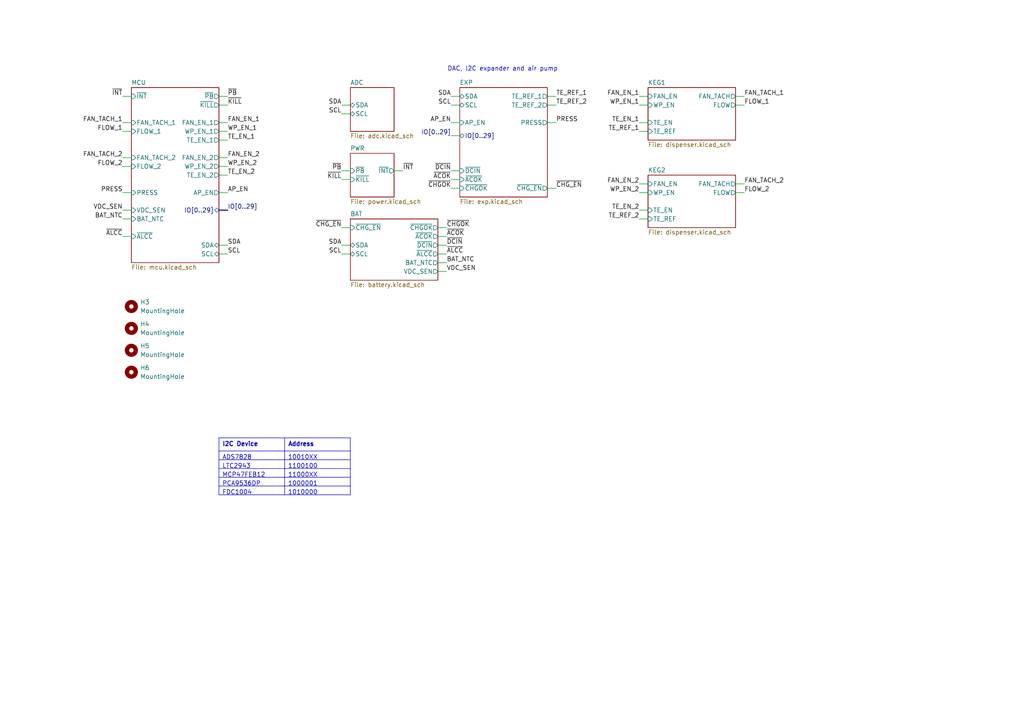
<source format=kicad_sch>
(kicad_sch (version 20250114) (generator "eeschema") (generator_version "9.0")
  (paper "A4")
  (title_block (title "Beerpak") (company "©2024 Luca Anastasio"))
  (lib_symbols
    (symbol "Mechanical:MountingHole" (pin_names (offset 1.016)) (exclude_from_sim yes) (in_bom no)
      (property "Reference" "H" (at 0 5.08 0))
      (property "Value" "MountingHole" (at 0 3.175 0))
      (symbol "MountingHole_0_1"
        (circle (center 0 0) (radius 1.27) (stroke (width 1.27)))
      )
    )
  )
  (text "DAC, I2C expander and air pump" (at 145.796 20.066 0) (effects (font (size 1.27 1.27))))
  (wire (pts (xy 99.06 66.04) (xy 101.6 66.04)))
  (wire (pts (xy 114.3 49.53) (xy 116.84 49.53)))
  (wire (pts (xy 63.5 48.26) (xy 66.04 48.26)))
  (wire (pts (xy 185.42 63.5) (xy 187.96 63.5)))
  (wire (pts (xy 63.5 35.56) (xy 66.04 35.56)))
  (wire (pts (xy 127 76.2) (xy 129.54 76.2)))
  (wire (pts (xy 130.81 35.56) (xy 133.35 35.56)))
  (bus (pts (xy 63.5 60.96) (xy 66.04 60.96)))
  (wire (pts (xy 127 73.66) (xy 129.54 73.66)))
  (wire (pts (xy 63.5 45.72) (xy 66.04 45.72)))
  (wire (pts (xy 99.06 52.07) (xy 101.6 52.07)))
  (wire (pts (xy 185.42 30.48) (xy 187.96 30.48)))
  (wire (pts (xy 63.5 27.94) (xy 66.04 27.94)))
  (wire (pts (xy 158.75 30.48) (xy 161.29 30.48)))
  (wire (pts (xy 213.36 30.48) (xy 215.9 30.48)))
  (wire (pts (xy 158.75 54.61) (xy 161.29 54.61)))
  (wire (pts (xy 130.81 27.94) (xy 133.35 27.94)))
  (wire (pts (xy 35.56 35.56) (xy 38.1 35.56)))
  (wire (pts (xy 158.75 35.56) (xy 161.29 35.56)))
  (wire (pts (xy 213.36 55.88) (xy 215.9 55.88)))
  (wire (pts (xy 185.42 55.88) (xy 187.96 55.88)))
  (wire (pts (xy 63.5 30.48) (xy 66.04 30.48)))
  (wire (pts (xy 185.42 27.94) (xy 187.96 27.94)))
  (wire (pts (xy 63.5 50.8) (xy 66.04 50.8)))
  (wire (pts (xy 130.81 54.61) (xy 133.35 54.61)))
  (wire (pts (xy 63.5 38.1) (xy 66.04 38.1)))
  (wire (pts (xy 130.81 52.07) (xy 133.35 52.07)))
  (wire (pts (xy 185.42 38.1) (xy 187.96 38.1)))
  (wire (pts (xy 127 68.58) (xy 129.54 68.58)))
  (wire (pts (xy 35.56 55.88) (xy 38.1 55.88)))
  (wire (pts (xy 185.42 53.34) (xy 187.96 53.34)))
  (wire (pts (xy 133.35 39.37) (xy 130.81 39.37)))
  (wire (pts (xy 63.5 55.88) (xy 66.04 55.88)))
  (wire (pts (xy 158.75 27.94) (xy 161.29 27.94)))
  (wire (pts (xy 35.56 60.96) (xy 38.1 60.96)))
  (wire (pts (xy 63.5 40.64) (xy 66.04 40.64)))
  (wire (pts (xy 213.36 53.34) (xy 215.9 53.34)))
  (wire (pts (xy 35.56 27.94) (xy 38.1 27.94)))
  (wire (pts (xy 35.56 48.26) (xy 38.1 48.26)))
  (wire (pts (xy 99.06 30.48) (xy 101.6 30.48)))
  (wire (pts (xy 99.06 73.66) (xy 101.6 73.66)))
  (wire (pts (xy 99.06 49.53) (xy 101.6 49.53)))
  (wire (pts (xy 213.36 27.94) (xy 215.9 27.94)))
  (wire (pts (xy 63.5 71.12) (xy 66.04 71.12)))
  (wire (pts (xy 35.56 38.1) (xy 38.1 38.1)))
  (wire (pts (xy 130.81 49.53) (xy 133.35 49.53)))
  (wire (pts (xy 35.56 45.72) (xy 38.1 45.72)))
  (wire (pts (xy 35.56 63.5) (xy 38.1 63.5)))
  (wire (pts (xy 185.42 35.56) (xy 187.96 35.56)))
  (wire (pts (xy 99.06 71.12) (xy 101.6 71.12)))
  (wire (pts (xy 185.42 60.96) (xy 187.96 60.96)))
  (wire (pts (xy 63.5 73.66) (xy 66.04 73.66)))
  (wire (pts (xy 127 78.74) (xy 129.54 78.74)))
  (wire (pts (xy 35.56 68.58) (xy 38.1 68.58)))
  (wire (pts (xy 127 71.12) (xy 129.54 71.12)))
  (wire (pts (xy 127 66.04) (xy 129.54 66.04)))
  (wire (pts (xy 130.81 30.48) (xy 133.35 30.48)))
  (wire (pts (xy 99.06 33.02) (xy 101.6 33.02)))
  (table (column_count 2) (border (external yes) (header yes)) (separators (rows yes) (cols yes)) (column_widths 19.05 19.05) (row_heights 3.81 2.54 2.54 2.54 2.54 2.54) (cells (table_cell "I2C Device" (at 63.5 127 0) (size 19.05 3.81) (margins 0.9525 0.9525 0.9525 0.9525) (span 1 1)) (table_cell "Address" (at 82.55 127 0) (size 19.05 3.81) (margins 0.9525 0.9525 0.9525 0.9525) (span 1 1)) (table_cell "ADS7828" (at 63.5 130.81 0) (size 19.05 2.54) (margins 0.9525 0.9525 0.9525 0.9525) (span 1 1)) (table_cell "10010XX" (at 82.55 130.81 0) (size 19.05 2.54) (margins 0.9525 0.9525 0.9525 0.9525) (span 1 1)) (table_cell "LTC2943" (at 63.5 133.35 0) (size 19.05 2.54) (margins 0.9525 0.9525 0.9525 0.9525) (span 1 1)) (table_cell "1100100" (at 82.55 133.35 0) (size 19.05 2.54) (margins 0.9525 0.9525 0.9525 0.9525) (span 1 1)) (table_cell "MCP47FEB12" (at 63.5 135.89 0) (size 19.05 2.54) (margins 0.9525 0.9525 0.9525 0.9525) (span 1 1)) (table_cell "11000XX" (at 82.55 135.89 0) (size 19.05 2.54) (margins 0.9525 0.9525 0.9525 0.9525) (span 1 1)) (table_cell "PCA9536DP" (at 63.5 138.43 0) (size 19.05 2.54) (margins 0.9525 0.9525 0.9525 0.9525) (span 1 1)) (table_cell "1000001" (at 82.55 138.43 0) (size 19.05 2.54) (margins 0.9525 0.9525 0.9525 0.9525) (span 1 1)) (table_cell "FDC1004" (at 63.5 140.97 0) (size 19.05 2.54) (margins 0.9525 0.9525 0.9525 0.9525) (span 1 1)) (table_cell "1010000" (at 82.55 140.97 0) (size 19.05 2.54) (margins 0.9525 0.9525 0.9525 0.9525) (span 1 1))))
  (label "PRESS" (at 35.56 55.88 180))
  (label "FAN_EN_1" (at 66.04 35.56 0))
  (label "FAN_TACH_2" (at 215.9 53.34 0))
  (label "~{ACOK}" (at 130.81 52.07 180))
  (label "AP_EN" (at 130.81 35.56 180))
  (label "IO[0..29]" (at 66.04 60.96 0))
  (label "~{ALCC}" (at 35.56 68.58 180))
  (label "PRESS" (at 161.29 35.56 0))
  (label "SDA" (at 99.06 30.48 180))
  (label "~{CHGOK}" (at 129.54 66.04 0))
  (label "~{ALCC}" (at 129.54 73.66 0))
  (label "TE_REF_1" (at 185.42 38.1 180))
  (label "SCL" (at 99.06 33.02 180))
  (label "TE_REF_2" (at 185.42 63.5 180))
  (label "~{CHG_EN}" (at 161.29 54.61 0))
  (label "~{ACOK}" (at 129.54 68.58 0))
  (label "FLOW_1" (at 215.9 30.48 0))
  (label "~{KILL}" (at 66.04 30.48 0))
  (label "~{DCIN}" (at 129.54 71.12 0))
  (label "~{DCIN}" (at 130.81 49.53 180))
  (label "FAN_TACH_1" (at 215.9 27.94 0))
  (label "FAN_TACH_1" (at 35.56 35.56 180))
  (label "SDA" (at 130.81 27.94 180))
  (label "WP_EN_2" (at 66.04 48.26 0))
  (label "FLOW_2" (at 215.9 55.88 0))
  (label "BAT_NTC" (at 129.54 76.2 0))
  (label "~{PB}" (at 66.04 27.94 0))
  (label "FLOW_2" (at 35.56 48.26 180))
  (label "TE_EN_1" (at 185.42 35.56 180))
  (label "VDC_SEN" (at 35.56 60.96 180))
  (label "FAN_EN_2" (at 185.42 53.34 180))
  (label "SDA" (at 99.06 71.12 180))
  (label "TE_EN_2" (at 66.04 50.8 0))
  (label "SCL" (at 66.04 73.66 0))
  (label "FLOW_1" (at 35.56 38.1 180))
  (label "SCL" (at 130.81 30.48 180))
  (label "WP_EN_1" (at 185.42 30.48 180))
  (label "WP_EN_1" (at 66.04 38.1 0))
  (label "~{KILL}" (at 99.06 52.07 180))
  (label "TE_EN_2" (at 185.42 60.96 180))
  (label "SCL" (at 99.06 73.66 180))
  (label "SDA" (at 66.04 71.12 0))
  (label "~{PB}" (at 99.06 49.53 180))
  (label "TE_REF_2" (at 161.29 30.48 0))
  (label "FAN_EN_1" (at 185.42 27.94 180))
  (label "TE_REF_1" (at 161.29 27.94 0))
  (label "FAN_EN_2" (at 66.04 45.72 0))
  (label "~{INT}" (at 116.84 49.53 0))
  (label "FAN_TACH_2" (at 35.56 45.72 180))
  (label "TE_EN_1" (at 66.04 40.64 0))
  (label "VDC_SEN" (at 129.54 78.74 0))
  (label "BAT_NTC" (at 35.56 63.5 180))
  (label "AP_EN" (at 66.04 55.88 0))
  (label "~{CHGOK}" (at 130.81 54.61 180))
  (label "IO[0..29]" (at 130.81 39.37 180))
  (label "~{CHG_EN}" (at 99.06 66.04 180))
  (label "WP_EN_2" (at 185.42 55.88 180))
  (label "~{INT}" (at 35.56 27.94 180))
  (symbol (lib_id "Mechanical:MountingHole") (at 38.1 107.95 0) (unit 1) (exclude_from_sim yes) (in_bom no)
    (property "Reference" "H6" (at 40.64 106.6799 0) (effects (justify left)))
    (property "Value" "MountingHole" (at 40.64 109.2199 0) (effects (justify left)))
    (property "Footprint" "MountingHole:MountingHole_3.2mm_M3" (effects (hide yes)))
    (property "Description" "Mounting Hole without connection" (effects (hide yes)))
  )
  (symbol (lib_id "Mechanical:MountingHole") (at 38.1 101.6 0) (unit 1) (exclude_from_sim yes) (in_bom no)
    (property "Reference" "H5" (at 40.64 100.3299 0) (effects (justify left)))
    (property "Value" "MountingHole" (at 40.64 102.8699 0) (effects (justify left)))
    (property "Footprint" "MountingHole:MountingHole_3.2mm_M3" (effects (hide yes)))
    (property "Description" "Mounting Hole without connection" (effects (hide yes)))
  )
  (symbol (lib_id "Mechanical:MountingHole") (at 38.1 95.25 0) (unit 1) (exclude_from_sim yes) (in_bom no)
    (property "Reference" "H4" (at 40.64 93.9799 0) (effects (justify left)))
    (property "Value" "MountingHole" (at 40.64 96.5199 0) (effects (justify left)))
    (property "Footprint" "MountingHole:MountingHole_3.2mm_M3" (effects (hide yes)))
    (property "Description" "Mounting Hole without connection" (effects (hide yes)))
  )
  (symbol (lib_id "Mechanical:MountingHole") (at 38.1 88.9 0) (unit 1) (exclude_from_sim yes) (in_bom no)
    (property "Reference" "H3" (at 40.64 87.6299 0) (effects (justify left)))
    (property "Value" "MountingHole" (at 40.64 90.1699 0) (effects (justify left)))
    (property "Footprint" "MountingHole:MountingHole_3.2mm_M3" (effects (hide yes)))
    (property "Description" "Mounting Hole without connection" (effects (hide yes)))
  )
  (sheet (at 101.6 44.45) (size 12.7 12.7) (stroke (width 0.1524))
    (property "Sheetname" "PWR" (at 101.6 43.7384 0) (effects (justify left bottom)))
    (property "Sheetfile" "power.kicad_sch" (at 101.6 57.7346 0) (effects (justify left top)))
    (pin "~{PB}" input (at 101.6 49.53 180))
    (pin "~{KILL}" input (at 101.6 52.07 180))
    (pin "~{INT}" output (at 114.3 49.53 0))
  )
  (sheet (at 101.6 63.5) (size 25.4 17.78) (stroke (width 0.1524))
    (property "Sheetname" "BAT" (at 101.6 62.7884 0) (effects (justify left bottom)))
    (property "Sheetfile" "battery.kicad_sch" (at 101.6 81.8646 0) (effects (justify left top)))
    (pin "~{CHG_EN}" input (at 101.6 66.04 180))
    (pin "~{CHGOK}" output (at 127 66.04 0))
    (pin "VDC_SEN" output (at 127 78.74 0))
    (pin "~{ACOK}" output (at 127 68.58 0))
    (pin "SCL" bidirectional (at 101.6 73.66 180))
    (pin "SDA" bidirectional (at 101.6 71.12 180))
    (pin "~{ALCC}" output (at 127 73.66 0))
    (pin "BAT_NTC" output (at 127 76.2 0))
    (pin "~{DCIN}" output (at 127 71.12 0))
  )
  (sheet (at 187.96 25.4) (size 25.4 15.24) (stroke (width 0.1524))
    (property "Sheetname" "KEG1" (at 187.96 24.6884 0) (effects (justify left bottom)))
    (property "Sheetfile" "dispenser.kicad_sch" (at 187.96 41.2246 0) (effects (justify left top)))
    (pin "FAN_TACH" output (at 213.36 27.94 0))
    (pin "FAN_EN" input (at 187.96 27.94 180))
    (pin "WP_EN" input (at 187.96 30.48 180))
    (pin "FLOW" output (at 213.36 30.48 0))
    (pin "TE_EN" input (at 187.96 35.56 180))
    (pin "TE_REF" input (at 187.96 38.1 180))
  )
  (sheet (at 38.1 25.4) (size 25.4 50.8) (stroke (width 0.1524))
    (property "Sheetname" "MCU" (at 38.1 24.6884 0) (effects (justify left bottom)))
    (property "Sheetfile" "mcu.kicad_sch" (at 38.1 76.7846 0) (effects (justify left top)))
    (pin "WP_EN_1" output (at 63.5 38.1 0))
    (pin "FAN_EN_1" output (at 63.5 35.56 0))
    (pin "FAN_TACH_1" input (at 38.1 35.56 180))
    (pin "~{KILL}" output (at 63.5 30.48 0))
    (pin "~{INT}" input (at 38.1 27.94 180))
    (pin "AP_EN" output (at 63.5 55.88 0))
    (pin "FAN_TACH_2" input (at 38.1 45.72 180))
    (pin "FAN_EN_2" output (at 63.5 45.72 0))
    (pin "FLOW_1" input (at 38.1 38.1 180))
    (pin "TE_EN_1" output (at 63.5 40.64 0))
    (pin "~{ALCC}" input (at 38.1 68.58 180))
    (pin "WP_EN_2" output (at 63.5 48.26 0))
    (pin "TE_EN_2" output (at 63.5 50.8 0))
    (pin "FLOW_2" input (at 38.1 48.26 180))
    (pin "BAT_NTC" input (at 38.1 63.5 180))
    (pin "PRESS" input (at 38.1 55.88 180))
    (pin "VDC_SEN" input (at 38.1 60.96 180))
    (pin "SDA" bidirectional (at 63.5 71.12 0))
    (pin "SCL" bidirectional (at 63.5 73.66 0))
    (pin "~{PB}" output (at 63.5 27.94 0))
    (pin "IO[0..29]" bidirectional (at 63.5 60.96 0))
  )
  (sheet (at 133.35 25.4) (size 25.4 31.75) (stroke (width 0.1524))
    (property "Sheetname" "EXP" (at 133.35 24.6884 0) (effects (justify left bottom)))
    (property "Sheetfile" "exp.kicad_sch" (at 133.35 57.7346 0) (effects (justify left top)))
    (pin "SDA" bidirectional (at 133.35 27.94 180))
    (pin "SCL" bidirectional (at 133.35 30.48 180))
    (pin "~{CHG_EN}" output (at 158.75 54.61 0))
    (pin "~{CHGOK}" input (at 133.35 54.61 180))
    (pin "~{ACOK}" input (at 133.35 52.07 180))
    (pin "~{DCIN}" input (at 133.35 49.53 180))
    (pin "AP_EN" input (at 133.35 35.56 180))
    (pin "TE_REF_2" output (at 158.75 30.48 0))
    (pin "TE_REF_1" output (at 158.75 27.94 0))
    (pin "PRESS" output (at 158.75 35.56 0))
    (pin "IO[0..29]" bidirectional (at 133.35 39.37 180))
  )
  (sheet (at 187.96 50.8) (size 25.4 15.24) (stroke (width 0.1524))
    (property "Sheetname" "KEG2" (at 187.96 50.0884 0) (effects (justify left bottom)))
    (property "Sheetfile" "dispenser.kicad_sch" (at 187.96 66.6246 0) (effects (justify left top)))
    (pin "FAN_TACH" output (at 213.36 53.34 0))
    (pin "FAN_EN" input (at 187.96 53.34 180))
    (pin "WP_EN" input (at 187.96 55.88 180))
    (pin "FLOW" output (at 213.36 55.88 0))
    (pin "TE_EN" input (at 187.96 60.96 180))
    (pin "TE_REF" input (at 187.96 63.5 180))
  )
  (sheet (at 101.6 25.4) (size 12.7 12.7) (stroke (width 0.1524))
    (property "Sheetname" "ADC" (at 101.6 24.6884 0) (effects (justify left bottom)))
    (property "Sheetfile" "adc.kicad_sch" (at 101.6 38.6846 0) (effects (justify left top)))
    (pin "SDA" bidirectional (at 101.6 30.48 180))
    (pin "SCL" bidirectional (at 101.6 33.02 180))
  )
)
</source>
